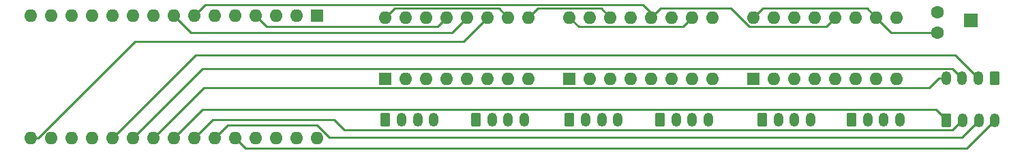
<source format=gbr>
%TF.GenerationSoftware,KiCad,Pcbnew,7.0.10*%
%TF.CreationDate,2024-06-02T15:41:47+02:00*%
%TF.ProjectId,eBoard_pcb,65426f61-7264-45f7-9063-622e6b696361,rev?*%
%TF.SameCoordinates,Original*%
%TF.FileFunction,Copper,L1,Top*%
%TF.FilePolarity,Positive*%
%FSLAX46Y46*%
G04 Gerber Fmt 4.6, Leading zero omitted, Abs format (unit mm)*
G04 Created by KiCad (PCBNEW 7.0.10) date 2024-06-02 15:41:47*
%MOMM*%
%LPD*%
G01*
G04 APERTURE LIST*
G04 Aperture macros list*
%AMRoundRect*
0 Rectangle with rounded corners*
0 $1 Rounding radius*
0 $2 $3 $4 $5 $6 $7 $8 $9 X,Y pos of 4 corners*
0 Add a 4 corners polygon primitive as box body*
4,1,4,$2,$3,$4,$5,$6,$7,$8,$9,$2,$3,0*
0 Add four circle primitives for the rounded corners*
1,1,$1+$1,$2,$3*
1,1,$1+$1,$4,$5*
1,1,$1+$1,$6,$7*
1,1,$1+$1,$8,$9*
0 Add four rect primitives between the rounded corners*
20,1,$1+$1,$2,$3,$4,$5,0*
20,1,$1+$1,$4,$5,$6,$7,0*
20,1,$1+$1,$6,$7,$8,$9,0*
20,1,$1+$1,$8,$9,$2,$3,0*%
G04 Aperture macros list end*
%TA.AperFunction,ComponentPad*%
%ADD10RoundRect,0.250000X-0.350000X-0.625000X0.350000X-0.625000X0.350000X0.625000X-0.350000X0.625000X0*%
%TD*%
%TA.AperFunction,ComponentPad*%
%ADD11O,1.200000X1.750000*%
%TD*%
%TA.AperFunction,ComponentPad*%
%ADD12R,1.600000X1.600000*%
%TD*%
%TA.AperFunction,ComponentPad*%
%ADD13O,1.600000X1.600000*%
%TD*%
%TA.AperFunction,ComponentPad*%
%ADD14RoundRect,0.250000X0.350000X0.625000X-0.350000X0.625000X-0.350000X-0.625000X0.350000X-0.625000X0*%
%TD*%
%TA.AperFunction,ComponentPad*%
%ADD15C,1.600000*%
%TD*%
%TA.AperFunction,ComponentPad*%
%ADD16R,1.700000X1.700000*%
%TD*%
%TA.AperFunction,Conductor*%
%ADD17C,0.250000*%
%TD*%
G04 APERTURE END LIST*
D10*
%TO.P,J5,1,Pin_1*%
%TO.N,Net-(J5-Pin_1)*%
X199200000Y-71744500D03*
D11*
%TO.P,J5,2,Pin_2*%
%TO.N,Net-(J5-Pin_2)*%
X201200000Y-71744500D03*
%TO.P,J5,3,Pin_3*%
%TO.N,Net-(J5-Pin_3)*%
X203200000Y-71744500D03*
%TO.P,J5,4,Pin_4*%
%TO.N,Net-(J5-Pin_4)*%
X205200000Y-71744500D03*
%TD*%
D12*
%TO.P,A1,1,TX1*%
%TO.N,unconnected-(A1-TX1-Pad1)*%
X143930000Y-58820000D03*
D13*
%TO.P,A1,2,RX1*%
%TO.N,unconnected-(A1-RX1-Pad2)*%
X141390000Y-58820000D03*
%TO.P,A1,3,~{RESET}*%
%TO.N,unconnected-(A1-~{RESET}-Pad3)*%
X138850000Y-58820000D03*
%TO.P,A1,4,GND*%
%TO.N,GND*%
X136310000Y-58820000D03*
%TO.P,A1,5,D2*%
%TO.N,unconnected-(A1-D2-Pad5)*%
X133770000Y-58820000D03*
%TO.P,A1,6,D3*%
%TO.N,unconnected-(A1-D3-Pad6)*%
X131230000Y-58820000D03*
%TO.P,A1,7,D4*%
%TO.N,led_latch*%
X128690000Y-58820000D03*
%TO.P,A1,8,D5*%
%TO.N,hall_latch*%
X126150000Y-58820000D03*
%TO.P,A1,9,D6*%
%TO.N,unconnected-(A1-D6-Pad9)*%
X123610000Y-58820000D03*
%TO.P,A1,10,D7*%
%TO.N,unconnected-(A1-D7-Pad10)*%
X121070000Y-58820000D03*
%TO.P,A1,11,D8*%
%TO.N,unconnected-(A1-D8-Pad11)*%
X118530000Y-58820000D03*
%TO.P,A1,12,D9*%
%TO.N,unconnected-(A1-D9-Pad12)*%
X115990000Y-58820000D03*
%TO.P,A1,13,D10*%
%TO.N,unconnected-(A1-D10-Pad13)*%
X113450000Y-58820000D03*
%TO.P,A1,14,MOSI*%
%TO.N,data_in*%
X110910000Y-58820000D03*
%TO.P,A1,15,MISO*%
%TO.N,unconnected-(A1-MISO-Pad15)*%
X108370000Y-58820000D03*
%TO.P,A1,16,SCK*%
%TO.N,clck*%
X108370000Y-74060000D03*
%TO.P,A1,17,3V3*%
%TO.N,unconnected-(A1-3V3-Pad17)*%
X110910000Y-74060000D03*
%TO.P,A1,18,AREF*%
%TO.N,unconnected-(A1-AREF-Pad18)*%
X113450000Y-74060000D03*
%TO.P,A1,19,A0*%
%TO.N,Net-(A1-A0)*%
X115990000Y-74060000D03*
%TO.P,A1,20,A1*%
%TO.N,Net-(A1-A1)*%
X118530000Y-74060000D03*
%TO.P,A1,21,A2*%
%TO.N,Net-(A1-A2)*%
X121070000Y-74060000D03*
%TO.P,A1,22,A3*%
%TO.N,Net-(A1-A3)*%
X123610000Y-74060000D03*
%TO.P,A1,23,SDA/A4*%
%TO.N,Net-(A1-SDA{slash}A4)*%
X126150000Y-74060000D03*
%TO.P,A1,24,SCL/A5*%
%TO.N,Net-(A1-SCL{slash}A5)*%
X128690000Y-74060000D03*
%TO.P,A1,25,A6*%
%TO.N,Net-(A1-A6)*%
X131230000Y-74060000D03*
%TO.P,A1,26,A7*%
%TO.N,Net-(A1-A7)*%
X133770000Y-74060000D03*
%TO.P,A1,27,+5V*%
%TO.N,Vcc*%
X136310000Y-74060000D03*
%TO.P,A1,28,~{RESET}*%
%TO.N,unconnected-(A1-~{RESET}-Pad28)*%
X138850000Y-74060000D03*
%TO.P,A1,29,GND*%
%TO.N,GND*%
X141390000Y-74060000D03*
%TO.P,A1,30,VIN*%
%TO.N,unconnected-(A1-VIN-Pad30)*%
X143930000Y-74060000D03*
%TD*%
D10*
%TO.P,J3,1,Pin_1*%
%TO.N,Net-(J3-Pin_1)*%
X175260000Y-71744500D03*
D11*
%TO.P,J3,2,Pin_2*%
%TO.N,Net-(J3-Pin_2)*%
X177260000Y-71744500D03*
%TO.P,J3,3,Pin_3*%
%TO.N,Net-(J3-Pin_3)*%
X179260000Y-71744500D03*
%TO.P,J3,4,Pin_4*%
%TO.N,Net-(J3-Pin_4)*%
X181260000Y-71744500D03*
%TD*%
D12*
%TO.P,U2,1,QB*%
%TO.N,Net-(J3-Pin_2)*%
X175260000Y-66664500D03*
D13*
%TO.P,U2,2,QC*%
%TO.N,Net-(J3-Pin_3)*%
X177800000Y-66664500D03*
%TO.P,U2,3,QD*%
%TO.N,Net-(J3-Pin_4)*%
X180340000Y-66664500D03*
%TO.P,U2,4,QE*%
%TO.N,Net-(J4-Pin_1)*%
X182880000Y-66664500D03*
%TO.P,U2,5,QF*%
%TO.N,Net-(J4-Pin_2)*%
X185420000Y-66664500D03*
%TO.P,U2,6,QG*%
%TO.N,Net-(J4-Pin_3)*%
X187960000Y-66664500D03*
%TO.P,U2,7,QH*%
%TO.N,Net-(J4-Pin_4)*%
X190500000Y-66664500D03*
%TO.P,U2,8,GND*%
%TO.N,GND*%
X193040000Y-66664500D03*
%TO.P,U2,9,QH'*%
%TO.N,ovflw2*%
X193040000Y-59044500D03*
%TO.P,U2,10,~{SRCLR}*%
%TO.N,Vcc*%
X190500000Y-59044500D03*
%TO.P,U2,11,SRCLK*%
%TO.N,clck*%
X187960000Y-59044500D03*
%TO.P,U2,12,RCLK*%
%TO.N,led_latch*%
X185420000Y-59044500D03*
%TO.P,U2,13,~{OE}*%
%TO.N,GND*%
X182880000Y-59044500D03*
%TO.P,U2,14,SER*%
%TO.N,ovflw1*%
X180340000Y-59044500D03*
%TO.P,U2,15,QA*%
%TO.N,Net-(J3-Pin_1)*%
X177800000Y-59044500D03*
%TO.P,U2,16,VCC*%
%TO.N,Vcc*%
X175260000Y-59044500D03*
%TD*%
D14*
%TO.P,J8,1,Pin_1*%
%TO.N,Net-(A1-A0)*%
X228041100Y-66653100D03*
D11*
%TO.P,J8,2,Pin_2*%
%TO.N,Net-(A1-A1)*%
X226041100Y-66653100D03*
%TO.P,J8,3,Pin_3*%
%TO.N,Net-(A1-A2)*%
X224041100Y-66653100D03*
%TO.P,J8,4,Pin_4*%
%TO.N,Net-(A1-A3)*%
X222041100Y-66653100D03*
%TD*%
D10*
%TO.P,J9,1,Pin_1*%
%TO.N,Net-(A1-SDA{slash}A4)*%
X222100100Y-71841600D03*
D11*
%TO.P,J9,2,Pin_2*%
%TO.N,Net-(A1-SCL{slash}A5)*%
X224100100Y-71841600D03*
%TO.P,J9,3,Pin_3*%
%TO.N,Net-(A1-A6)*%
X226100100Y-71841600D03*
%TO.P,J9,4,Pin_4*%
%TO.N,Net-(A1-A7)*%
X228100100Y-71841600D03*
%TD*%
D10*
%TO.P,J4,1,Pin_1*%
%TO.N,Net-(J4-Pin_1)*%
X186500000Y-71744500D03*
D11*
%TO.P,J4,2,Pin_2*%
%TO.N,Net-(J4-Pin_2)*%
X188500000Y-71744500D03*
%TO.P,J4,3,Pin_3*%
%TO.N,Net-(J4-Pin_3)*%
X190500000Y-71744500D03*
%TO.P,J4,4,Pin_4*%
%TO.N,Net-(J4-Pin_4)*%
X192500000Y-71744500D03*
%TD*%
D12*
%TO.P,U3,1,QB*%
%TO.N,Net-(J5-Pin_2)*%
X198120000Y-66664500D03*
D13*
%TO.P,U3,2,QC*%
%TO.N,Net-(J5-Pin_3)*%
X200660000Y-66664500D03*
%TO.P,U3,3,QD*%
%TO.N,Net-(J5-Pin_4)*%
X203200000Y-66664500D03*
%TO.P,U3,4,QE*%
%TO.N,Net-(J6-Pin_1)*%
X205740000Y-66664500D03*
%TO.P,U3,5,QF*%
%TO.N,Net-(J6-Pin_2)*%
X208280000Y-66664500D03*
%TO.P,U3,6,QG*%
%TO.N,Net-(J6-Pin_3)*%
X210820000Y-66664500D03*
%TO.P,U3,7,QH*%
%TO.N,Net-(J6-Pin_4)*%
X213360000Y-66664500D03*
%TO.P,U3,8,GND*%
%TO.N,GND*%
X215900000Y-66664500D03*
%TO.P,U3,9,QH'*%
%TO.N,unconnected-(U3-QH'-Pad9)*%
X215900000Y-59044500D03*
%TO.P,U3,10,~{SRCLR}*%
%TO.N,Vcc*%
X213360000Y-59044500D03*
%TO.P,U3,11,SRCLK*%
%TO.N,clck*%
X210820000Y-59044500D03*
%TO.P,U3,12,RCLK*%
%TO.N,led_latch*%
X208280000Y-59044500D03*
%TO.P,U3,13,~{OE}*%
%TO.N,GND*%
X205740000Y-59044500D03*
%TO.P,U3,14,SER*%
%TO.N,ovflw2*%
X203200000Y-59044500D03*
%TO.P,U3,15,QA*%
%TO.N,Net-(J5-Pin_1)*%
X200660000Y-59044500D03*
%TO.P,U3,16,VCC*%
%TO.N,Vcc*%
X198120000Y-59044500D03*
%TD*%
D10*
%TO.P,J2,1,Pin_1*%
%TO.N,Net-(J2-Pin_1)*%
X163640000Y-71744500D03*
D11*
%TO.P,J2,2,Pin_2*%
%TO.N,Net-(J2-Pin_2)*%
X165640000Y-71744500D03*
%TO.P,J2,3,Pin_3*%
%TO.N,Net-(J2-Pin_3)*%
X167640000Y-71744500D03*
%TO.P,J2,4,Pin_4*%
%TO.N,Net-(J2-Pin_4)*%
X169640000Y-71744500D03*
%TD*%
D10*
%TO.P,J1,1,Pin_1*%
%TO.N,Net-(J1-Pin_1)*%
X152400000Y-71744500D03*
D11*
%TO.P,J1,2,Pin_2*%
%TO.N,Net-(J1-Pin_2)*%
X154400000Y-71744500D03*
%TO.P,J1,3,Pin_3*%
%TO.N,Net-(J1-Pin_3)*%
X156400000Y-71744500D03*
%TO.P,J1,4,Pin_4*%
%TO.N,Net-(J1-Pin_4)*%
X158400000Y-71744500D03*
%TD*%
D12*
%TO.P,U1,1,QB*%
%TO.N,Net-(J1-Pin_2)*%
X152400000Y-66664500D03*
D13*
%TO.P,U1,2,QC*%
%TO.N,Net-(J1-Pin_3)*%
X154940000Y-66664500D03*
%TO.P,U1,3,QD*%
%TO.N,Net-(J1-Pin_4)*%
X157480000Y-66664500D03*
%TO.P,U1,4,QE*%
%TO.N,Net-(J2-Pin_1)*%
X160020000Y-66664500D03*
%TO.P,U1,5,QF*%
%TO.N,Net-(J2-Pin_2)*%
X162560000Y-66664500D03*
%TO.P,U1,6,QG*%
%TO.N,Net-(J2-Pin_3)*%
X165100000Y-66664500D03*
%TO.P,U1,7,QH*%
%TO.N,Net-(J2-Pin_4)*%
X167640000Y-66664500D03*
%TO.P,U1,8,GND*%
%TO.N,GND*%
X170180000Y-66664500D03*
%TO.P,U1,9,QH'*%
%TO.N,ovflw1*%
X170180000Y-59044500D03*
%TO.P,U1,10,~{SRCLR}*%
%TO.N,Vcc*%
X167640000Y-59044500D03*
%TO.P,U1,11,SRCLK*%
%TO.N,clck*%
X165100000Y-59044500D03*
%TO.P,U1,12,RCLK*%
%TO.N,hall_latch*%
X162560000Y-59044500D03*
%TO.P,U1,13,~{OE}*%
%TO.N,GND*%
X160020000Y-59044500D03*
%TO.P,U1,14,SER*%
%TO.N,data_in*%
X157480000Y-59044500D03*
%TO.P,U1,15,QA*%
%TO.N,Net-(J1-Pin_1)*%
X154940000Y-59044500D03*
%TO.P,U1,16,VCC*%
%TO.N,Vcc*%
X152400000Y-59044500D03*
%TD*%
D15*
%TO.P,C2,1*%
%TO.N,Vcc*%
X220980000Y-60920000D03*
%TO.P,C2,2*%
%TO.N,GND*%
X220980000Y-58420000D03*
%TD*%
D16*
%TO.P,J7,1,Pin_1*%
%TO.N,GND*%
X225101900Y-59425200D03*
%TD*%
D10*
%TO.P,J6,1,Pin_1*%
%TO.N,Net-(J6-Pin_1)*%
X210280000Y-71744500D03*
D11*
%TO.P,J6,2,Pin_2*%
%TO.N,Net-(J6-Pin_2)*%
X212280000Y-71744500D03*
%TO.P,J6,3,Pin_3*%
%TO.N,Net-(J6-Pin_3)*%
X214280000Y-71744500D03*
%TO.P,J6,4,Pin_4*%
%TO.N,Net-(J6-Pin_4)*%
X216280000Y-71744500D03*
%TD*%
D17*
%TO.N,Net-(A1-A7)*%
X228100100Y-71841600D02*
X224594836Y-75346864D01*
X224594836Y-75346864D02*
X135056864Y-75346864D01*
X135056864Y-75346864D02*
X133770000Y-74060000D01*
%TO.N,Net-(A1-A6)*%
X131230000Y-74060000D02*
X132859002Y-72430998D01*
X143900198Y-72430998D02*
X145426766Y-73957566D01*
X132859002Y-72430998D02*
X143900198Y-72430998D01*
X145426766Y-73957566D02*
X223984134Y-73957566D01*
X223984134Y-73957566D02*
X226100100Y-71841600D01*
%TO.N,Net-(A1-SCL{slash}A5)*%
X222780000Y-73046300D02*
X223984700Y-71841600D01*
X130967018Y-71782982D02*
X146056682Y-71782982D01*
X128690000Y-74060000D02*
X130967018Y-71782982D01*
X146056682Y-71782982D02*
X147320000Y-73046300D01*
X223984700Y-71841600D02*
X224100100Y-71841600D01*
X147320000Y-73046300D02*
X222780000Y-73046300D01*
%TO.N,led_latch*%
X208280000Y-59044500D02*
X207143900Y-60180600D01*
X207143900Y-60180600D02*
X197616000Y-60180600D01*
X186582600Y-57881900D02*
X185420000Y-59044500D01*
X197616000Y-60180600D02*
X195318000Y-57881900D01*
X195318000Y-57881900D02*
X186582600Y-57881900D01*
%TO.N,Vcc*%
X213360000Y-59044500D02*
X212197400Y-57881900D01*
X199282600Y-57881900D02*
X198120000Y-59044500D01*
X212197400Y-57881900D02*
X199282600Y-57881900D01*
%TO.N,Net-(A1-A1)*%
X226041100Y-66653100D02*
X223124859Y-63736859D01*
X223124859Y-63736859D02*
X128853141Y-63736859D01*
X128853141Y-63736859D02*
X118530000Y-74060000D01*
%TO.N,clck*%
X108370000Y-74060000D02*
X109266300Y-74060000D01*
X109266300Y-74060000D02*
X109497000Y-73829300D01*
X109497000Y-73829300D02*
X109497300Y-73829300D01*
X109497300Y-73829300D02*
X121281597Y-62045003D01*
X121281597Y-62045003D02*
X162099497Y-62045003D01*
X162099497Y-62045003D02*
X165100000Y-59044500D01*
%TO.N,Net-(A1-A2)*%
X224041100Y-66653100D02*
X222837300Y-65449300D01*
X129680700Y-65449300D02*
X121070000Y-74060000D01*
X222837300Y-65449300D02*
X129680700Y-65449300D01*
%TO.N,hall_latch*%
X126150000Y-58820000D02*
X128290000Y-60960000D01*
X128290000Y-60960000D02*
X160644500Y-60960000D01*
X160644500Y-60960000D02*
X162560000Y-59044500D01*
%TO.N,GND*%
X158886300Y-60178200D02*
X137668200Y-60178200D01*
X160020000Y-59044500D02*
X158886300Y-60178200D01*
X137668200Y-60178200D02*
X136310000Y-58820000D01*
%TO.N,led_latch*%
X185420000Y-59044500D02*
X185984000Y-59044500D01*
X185984000Y-59044500D02*
X184385000Y-57446000D01*
X184385000Y-57446000D02*
X130064000Y-57446000D01*
X130064000Y-57446000D02*
X128690000Y-58820000D01*
%TO.N,ovflw1*%
X179203800Y-57908300D02*
X180340000Y-59044500D01*
X170180000Y-59044500D02*
X171316200Y-57908300D01*
X171316200Y-57908300D02*
X179203800Y-57908300D01*
%TO.N,Vcc*%
X166504000Y-57908500D02*
X167640000Y-59044500D01*
X176400400Y-60184900D02*
X175260000Y-59044500D01*
X190500000Y-59044500D02*
X189359600Y-60184900D01*
X189359600Y-60184900D02*
X176400400Y-60184900D01*
X215235500Y-60920000D02*
X220980000Y-60920000D01*
X152400000Y-59044500D02*
X153536000Y-57908500D01*
X213360000Y-59044500D02*
X215235500Y-60920000D01*
X153536000Y-57908500D02*
X166504000Y-57908500D01*
%TO.N,Net-(A1-A3)*%
X219962000Y-67805500D02*
X221114000Y-66653100D01*
X123610000Y-74060000D02*
X129864500Y-67805500D01*
X221114000Y-66653100D02*
X222041100Y-66653100D01*
X129864500Y-67805500D02*
X219962000Y-67805500D01*
%TO.N,Net-(A1-SDA{slash}A4)*%
X126150000Y-74060000D02*
X129696400Y-70513600D01*
X221436100Y-71177600D02*
X222100100Y-71841600D01*
X129696400Y-70513600D02*
X220772000Y-70513600D01*
X220772000Y-70513600D02*
X221436000Y-71177600D01*
X221436000Y-71177600D02*
X222100000Y-71841600D01*
X221436000Y-71177600D02*
X221436100Y-71177600D01*
%TD*%
M02*

</source>
